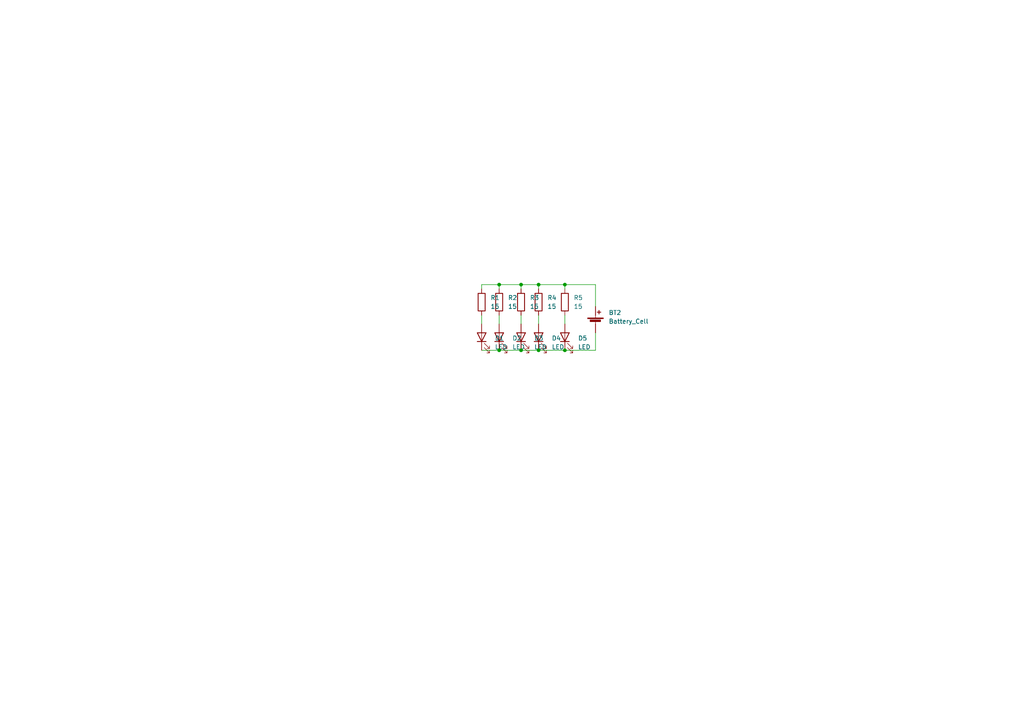
<source format=kicad_sch>
(kicad_sch (version 20211123) (generator eeschema)
  (paper "A4")
  (lib_symbols
    (symbol "Device:Battery_Cell" (pin_numbers hide) (pin_names (offset 0) hide)
      (property "Reference" "BT" (at 2.54 2.54 0))
      (property "Value" "Battery_Cell" (at 2.54 0 0))
      (symbol "Battery_Cell_0_1"
        (rectangle (start -2.286 1.778) (end 2.286 1.524) (fill (type outline)))
        (rectangle (start -1.5748 1.1938) (end 1.4732 0.6858) (fill (type outline)))
        (polyline (pts (xy 0 0.762) (xy 0 0)))
        (polyline (pts (xy 0 1.778) (xy 0 2.54)))
        (polyline (pts (xy 0.508 3.429) (xy 1.524 3.429)) (stroke (width 0.254)))
        (polyline (pts (xy 1.016 3.937) (xy 1.016 2.921)) (stroke (width 0.254)))
      )
      (symbol "Battery_Cell_1_1"
        (pin passive line (at 0 5.08 270) (length 2.54) (name "+") (number "1"))
        (pin passive line (at 0 -2.54 90) (length 2.54) (name "-") (number "2"))
      )
    )
    (symbol "Device:LED" (pin_numbers hide) (pin_names (offset 1.016) hide)
      (property "Reference" "D" (at 0 2.54 0))
      (property "Value" "LED" (at 0 -2.54 0))
      (symbol "LED_0_1"
        (polyline (pts (xy -1.27 -1.27) (xy -1.27 1.27)) (stroke (width 0.254)))
        (polyline (pts (xy -1.27 0) (xy 1.27 0)))
        (polyline (pts (xy 1.27 -1.27) (xy 1.27 1.27) (xy -1.27 0) (xy 1.27 -1.27)) (stroke (width 0.254)))
        (polyline (pts (xy -3.048 -0.762) (xy -4.572 -2.286) (xy -3.81 -2.286) (xy -4.572 -2.286) (xy -4.572 -1.524)))
        (polyline (pts (xy -1.778 -0.762) (xy -3.302 -2.286) (xy -2.54 -2.286) (xy -3.302 -2.286) (xy -3.302 -1.524)))
      )
      (symbol "LED_1_1"
        (pin passive line (at -3.81 0 0) (length 2.54) (name "K") (number "1"))
        (pin passive line (at 3.81 0 180) (length 2.54) (name "A") (number "2"))
      )
    )
    (symbol "Device:R" (pin_numbers hide) (pin_names (offset 0))
      (property "Reference" "R" (at 2.032 0 90))
      (property "Value" "R" (at 0 0 90))
      (symbol "R_0_1"
        (rectangle (start -1.016 -2.54) (end 1.016 2.54) (stroke (width 0.254)))
      )
      (symbol "R_1_1"
        (pin passive line (at 0 3.81 270) (length 1.27) (name "~") (number "1"))
        (pin passive line (at 0 -3.81 90) (length 1.27) (name "~") (number "2"))
      )
    )
  )
  (junction (at 151.13 101.6))
  (junction (at 151.13 82.55))
  (junction (at 144.78 101.6))
  (junction (at 144.78 82.55))
  (junction (at 163.83 82.55))
  (junction (at 156.21 82.55))
  (junction (at 163.83 101.6))
  (junction (at 156.21 101.6))
  (wire (pts (xy 172.72 96.52) (xy 172.72 101.6)))
  (wire (pts (xy 156.21 101.6) (xy 163.83 101.6)))
  (wire (pts (xy 139.7 82.55) (xy 144.78 82.55)))
  (wire (pts (xy 151.13 91.44) (xy 151.13 93.98)))
  (wire (pts (xy 139.7 91.44) (xy 139.7 93.98)))
  (wire (pts (xy 144.78 91.44) (xy 144.78 93.98)))
  (wire (pts (xy 156.21 82.55) (xy 156.21 83.82)))
  (wire (pts (xy 151.13 82.55) (xy 151.13 83.82)))
  (wire (pts (xy 139.7 82.55) (xy 139.7 83.82)))
  (wire (pts (xy 139.7 101.6) (xy 144.78 101.6)))
  (wire (pts (xy 163.83 82.55) (xy 172.72 82.55)))
  (wire (pts (xy 144.78 101.6) (xy 151.13 101.6)))
  (wire (pts (xy 151.13 101.6) (xy 156.21 101.6)))
  (wire (pts (xy 156.21 91.44) (xy 156.21 93.98)))
  (wire (pts (xy 163.83 101.6) (xy 172.72 101.6)))
  (wire (pts (xy 172.72 88.9) (xy 172.72 82.55)))
  (wire (pts (xy 163.83 91.44) (xy 163.83 93.98)))
  (wire (pts (xy 144.78 82.55) (xy 151.13 82.55)))
  (wire (pts (xy 163.83 82.55) (xy 163.83 83.82)))
  (wire (pts (xy 151.13 82.55) (xy 156.21 82.55)))
  (wire (pts (xy 156.21 82.55) (xy 163.83 82.55)))
  (wire (pts (xy 144.78 82.55) (xy 144.78 83.82)))
  (symbol (lib_id "Device:LED") (at 151.13 97.79 90) (unit 1)
    (property "Reference" "D3" (at 154.94 98.1074 90) (effects (justify right)))
    (property "Value" "LED" (at 154.94 100.6474 90) (effects (justify right)))
    (property "Footprint" "LED_SMD:LED_0805_Side" (effects hide))
    (property "LCSC" "C693903" (effects hide))
  )
  (symbol (lib_id "Device:R") (at 156.21 87.63 180) (unit 1)
    (property "Reference" "R4" (at 158.75 86.3599 0) (effects (justify right)))
    (property "Value" "15" (at 158.75 88.8999 0) (effects (justify right)))
    (property "Footprint" "Resistor_SMD:R_0805_2012Metric" (effects hide))
    (property "LCSC" "C136900" (effects hide))
  )
  (symbol (lib_id "Device:LED") (at 144.78 97.79 90) (unit 1)
    (property "Reference" "D2" (at 148.59 98.1074 90) (effects (justify right)))
    (property "Value" "LED" (at 148.59 100.6474 90) (effects (justify right)))
    (property "Footprint" "LED_SMD:LED_0805_Side" (effects hide))
    (property "LCSC" "C693903" (effects hide))
  )
  (symbol (lib_id "Device:LED") (at 163.83 97.79 90) (unit 1)
    (property "Reference" "D5" (at 167.64 98.1074 90) (effects (justify right)))
    (property "Value" "LED" (at 167.64 100.6474 90) (effects (justify right)))
    (property "Footprint" "LED_SMD:LED_0805_Side" (effects hide))
    (property "LCSC" "C693903" (effects hide))
  )
  (symbol (lib_id "Device:Battery_Cell") (at 172.72 93.98 0) (unit 1)
    (property "Reference" "BT2" (at 176.53 90.6779 0) (effects (justify left)))
    (property "Value" "Battery_Cell" (at 176.53 93.2179 0) (effects (justify left)))
    (property "Footprint" "Battery:BatteryHolder_Keystone_1060_1x2032" (effects hide))
    (property "LCSC" "C70377" (effects hide))
  )
  (symbol (lib_id "Device:R") (at 139.7 87.63 180) (unit 1)
    (property "Reference" "R1" (at 142.24 86.3599 0) (effects (justify right)))
    (property "Value" "15" (at 142.24 88.8999 0) (effects (justify right)))
    (property "Footprint" "Resistor_SMD:R_0805_2012Metric" (effects hide))
    (property "LCSC" "C136900" (effects hide))
  )
  (symbol (lib_id "Device:R") (at 144.78 87.63 180) (unit 1)
    (property "Reference" "R2" (at 147.32 86.3599 0) (effects (justify right)))
    (property "Value" "15" (at 147.32 88.8999 0) (effects (justify right)))
    (property "Footprint" "Resistor_SMD:R_0805_2012Metric" (effects hide))
    (property "LCSC" "C136900" (effects hide))
  )
  (symbol (lib_id "Device:R") (at 151.13 87.63 180) (unit 1)
    (property "Reference" "R3" (at 153.67 86.3599 0) (effects (justify right)))
    (property "Value" "15" (at 153.67 88.8999 0) (effects (justify right)))
    (property "Footprint" "Resistor_SMD:R_0805_2012Metric" (effects hide))
    (property "LCSC" "C136900" (effects hide))
  )
  (symbol (lib_id "Device:R") (at 163.83 87.63 180) (unit 1)
    (property "Reference" "R5" (at 166.37 86.3599 0) (effects (justify right)))
    (property "Value" "15" (at 166.37 88.8999 0) (effects (justify right)))
    (property "Footprint" "Resistor_SMD:R_0805_2012Metric" (effects hide))
    (property "LCSC" "C136900" (effects hide))
  )
  (symbol (lib_id "Device:LED") (at 139.7 97.79 90) (unit 1)
    (property "Reference" "D1" (at 143.51 98.1074 90) (effects (justify right)))
    (property "Value" "LED" (at 143.51 100.6474 90) (effects (justify right)))
    (property "Footprint" "LED_SMD:LED_0805_Side" (effects hide))
    (property "LCSC" "C693903" (effects hide))
  )
  (symbol (lib_id "Device:LED") (at 156.21 97.79 90) (unit 1)
    (property "Reference" "D4" (at 160.02 98.1074 90) (effects (justify right)))
    (property "Value" "LED" (at 160.02 100.6474 90) (effects (justify right)))
    (property "Footprint" "LED_SMD:LED_0805_Side" (effects hide))
    (property "LCSC" "C693903" (effects hide))
  )
)
</source>
